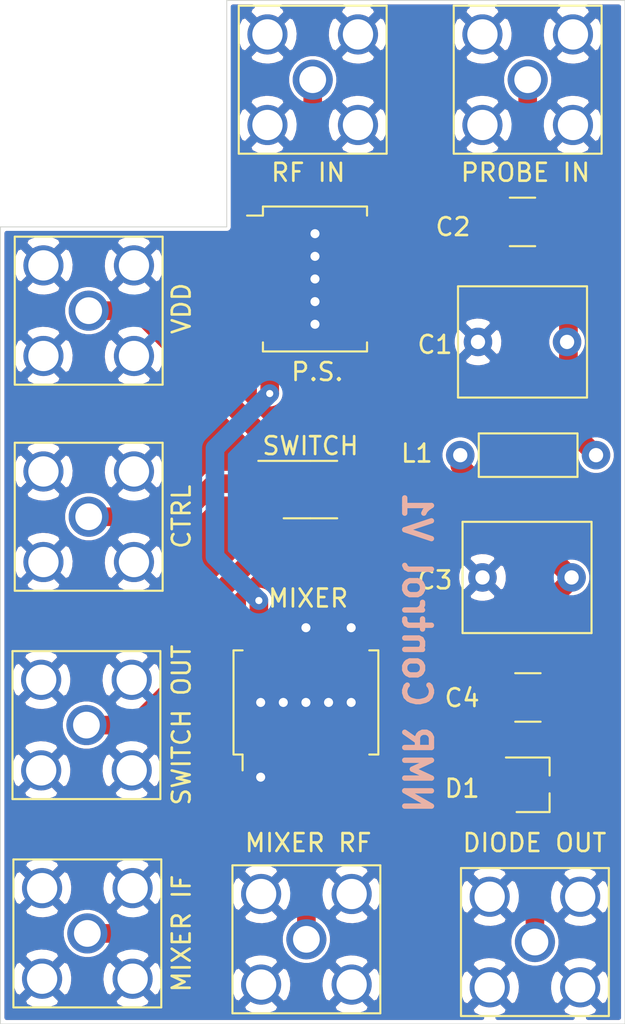
<source format=kicad_pcb>
(kicad_pcb (version 20171130) (host pcbnew "(5.1.7)-1")
  (layers (0 F.Cu signal hide) (31 B.Cu signal hide) (34 B.Paste user) (35 F.Paste user) (36 B.SilkS user) (37 F.SilkS user) (38 B.Mask user) (39 F.Mask user) (44 Edge.Cuts user))
  (net 0 "")
  (net 1 "Net-(C1-Pad1)")
  (net 2 GND)
  (net 3 "Net-(C3-Pad1)")
  (net 4 "Net-(J1-Pad1)")
  (net 5 "Net-(J2-Pad1)")
  (net 6 "Net-(J3-Pad1)")
  (net 7 "Net-(J4-Pad1)")
  (net 8 "Net-(J5-Pad1)")
  (net 9 "Net-(J6-Pad1)")
  (net 10 "Net-(U1-Pad2)")
  (net 11 "Net-(U1-Pad3)")
  (net 12 "Net-(U1-Pad4)")
  (net 13 "Net-(U1-Pad5)")
  (module RF_Mini-Circuits:Mini-Circuits_CD542_LandPatternPL-052 (layer F.Cu) (at 100.965 102.87 90)
    (fp_text reference MIXER (at 5.842 0.127 180) (layer F.SilkS))
    (fp_text value ADE-6)
    (fp_line (start 2.921 4.064) (end 2.921 3.556) (layer F.SilkS) (width 0.12))
    (fp_line (start -2.921 4.064) (end 2.921 4.064) (layer F.SilkS) (width 0.12))
    (fp_line (start -2.921 3.556) (end -2.921 4.064) (layer F.SilkS) (width 0.12))
    (fp_line (start -2.921 -3.556) (end -3.81 -3.556) (layer F.SilkS) (width 0.12))
    (fp_line (start -2.921 -4.064) (end -2.921 -3.556) (layer F.SilkS) (width 0.12))
    (fp_line (start 2.921 -4.064) (end -2.921 -4.064) (layer F.SilkS) (width 0.12))
    (fp_line (start 2.921 -3.556) (end 2.921 -4.064) (layer F.SilkS) (width 0.12))
    (pad 1 smd rect (at 0 0 90) (size 1.27 6.731) (layers F.Cu) (net 2 GND))
    (pad 1 thru_hole circle (at 0 2.54 90) (size 1.016 1.016) (drill 0.508) (layers *.Cu) (net 2 GND))
    (pad 1 thru_hole circle (at 0 1.27 90) (size 1.016 1.016) (drill 0.508) (layers *.Cu) (net 2 GND))
    (pad 1 thru_hole circle (at 0 0 90) (size 1.016 1.016) (drill 0.508) (layers *.Cu) (net 2 GND))
    (pad 1 thru_hole circle (at 0 -1.27 90) (size 1.016 1.016) (drill 0.508) (layers *.Cu) (net 2 GND))
    (pad 1 thru_hole circle (at 0 -2.54 90) (size 1.016 1.016) (drill 0.508) (layers *.Cu) (net 2 GND))
    (pad 1 smd rect (at -2.032 -2.54 90) (size 5.334 1.651) (layers F.Cu) (net 2 GND))
    (pad 4 thru_hole circle (at 4.191 2.54 90) (size 1.016 1.016) (drill 0.508) (layers *.Cu) (net 2 GND))
    (pad 5 thru_hole circle (at 4.191 0 90) (size 1.016 1.016) (drill 0.508) (layers *.Cu) (net 2 GND))
    (pad 1 thru_hole circle (at -4.191 -2.54 90) (size 1.016 1.016) (drill 0.508) (layers *.Cu) (net 2 GND))
    (pad 4 smd rect (at 2.54 2.54 90) (size 2.54 1.651) (layers F.Cu F.Paste F.Mask) (net 2 GND))
    (pad 5 smd rect (at 2.54 0 90) (size 2.54 1.651) (layers F.Cu F.Paste F.Mask) (net 2 GND))
    (pad 6 smd rect (at 2.54 -2.54 90) (size 2.54 1.651) (layers F.Cu F.Paste F.Mask) (net 11 "Net-(U1-Pad3)") (clearance 0.635))
    (pad 3 smd rect (at -2.54 2.54 90) (size 2.54 1.651) (layers F.Cu F.Paste F.Mask) (net 6 "Net-(J3-Pad1)") (clearance 0.635))
    (pad 2 smd rect (at -2.54 0 90) (size 2.54 1.651) (layers F.Cu F.Paste F.Mask) (net 8 "Net-(J5-Pad1)") (clearance 0.635))
    (pad 1 smd rect (at -2.54 -2.54 90) (size 2.54 1.651) (layers F.Cu F.Paste F.Mask) (net 2 GND))
    (pad 4 smd rect (at 2.032 1.27 90) (size 5.334 4.191) (layers F.Cu) (net 2 GND))
  )
  (module Capacitor_THT:C_Rect_L7.0mm_W6.0mm_P5.00mm (layer F.Cu) (at 115.6208 82.6516 180)
    (fp_text reference C1 (at 7.4168 -0.1524) (layer F.SilkS))
    (fp_text value CTRIM)
    (fp_line (start 6.12 -3.12) (end 6.12 3.12) (layer F.SilkS) (width 0.12))
    (fp_line (start -1.12 -3.12) (end -1.12 3.12) (layer F.SilkS) (width 0.12))
    (fp_line (start -1.12 3.12) (end 6.12 3.12) (layer F.SilkS) (width 0.12))
    (fp_line (start -1.12 -3.12) (end 6.12 -3.12) (layer F.SilkS) (width 0.12))
    (pad 1 thru_hole circle (at 0 0 180) (size 1.6 1.6) (drill 0.8) (layers *.Cu *.Mask) (net 1 "Net-(C1-Pad1)"))
    (pad 2 thru_hole circle (at 5 0 180) (size 1.6 1.6) (drill 0.8) (layers *.Cu *.Mask) (net 2 GND))
  )
  (module Capacitor_SMD:C_1210_3225Metric_Pad1.33x2.70mm_HandSolder (layer F.Cu) (at 113.1193 75.9206 180)
    (fp_text reference C2 (at 3.8993 -0.2794) (layer F.SilkS))
    (fp_text value C)
    (fp_line (start -0.711252 -1.36) (end 0.711252 -1.36) (layer F.SilkS) (width 0.12))
    (fp_line (start -0.711252 1.36) (end 0.711252 1.36) (layer F.SilkS) (width 0.12))
    (pad 2 smd roundrect (at 1.5625 0 180) (size 1.325 2.7) (layers F.Cu F.Paste F.Mask) (roundrect_rratio 0.188679) (net 2 GND))
    (pad 1 smd roundrect (at -1.5625 0 180) (size 1.325 2.7) (layers F.Cu F.Paste F.Mask) (roundrect_rratio 0.188679) (net 1 "Net-(C1-Pad1)"))
  )
  (module Capacitor_THT:C_Rect_L7.0mm_W6.0mm_P5.00mm (layer F.Cu) (at 115.8748 95.8596 180)
    (fp_text reference C3 (at 7.6708 -0.1524) (layer F.SilkS))
    (fp_text value CTRIM)
    (fp_line (start -1.12 -3.12) (end 6.12 -3.12) (layer F.SilkS) (width 0.12))
    (fp_line (start -1.12 3.12) (end 6.12 3.12) (layer F.SilkS) (width 0.12))
    (fp_line (start -1.12 -3.12) (end -1.12 3.12) (layer F.SilkS) (width 0.12))
    (fp_line (start 6.12 -3.12) (end 6.12 3.12) (layer F.SilkS) (width 0.12))
    (pad 2 thru_hole circle (at 5 0 180) (size 1.6 1.6) (drill 0.8) (layers *.Cu *.Mask) (net 2 GND))
    (pad 1 thru_hole circle (at 0 0 180) (size 1.6 1.6) (drill 0.8) (layers *.Cu *.Mask) (net 3 "Net-(C3-Pad1)"))
  )
  (module Capacitor_SMD:C_1210_3225Metric_Pad1.33x2.70mm_HandSolder (layer F.Cu) (at 113.4233 102.5906 180)
    (fp_text reference C4 (at 3.6953 -0.0254) (layer F.SilkS))
    (fp_text value C)
    (fp_line (start -0.711252 1.36) (end 0.711252 1.36) (layer F.SilkS) (width 0.12))
    (fp_line (start -0.711252 -1.36) (end 0.711252 -1.36) (layer F.SilkS) (width 0.12))
    (pad 1 smd roundrect (at -1.5625 0 180) (size 1.325 2.7) (layers F.Cu F.Paste F.Mask) (roundrect_rratio 0.188679) (net 3 "Net-(C3-Pad1)"))
    (pad 2 smd roundrect (at 1.5625 0 180) (size 1.325 2.7) (layers F.Cu F.Paste F.Mask) (roundrect_rratio 0.188679) (net 2 GND))
  )
  (module Package_TO_SOT_SMD:TSOT-23_HandSoldering (layer F.Cu) (at 113.6904 107.4674)
    (fp_text reference D1 (at -3.9624 0.2286) (layer F.SilkS))
    (fp_text value D_Schottky_x2_Serial_AKC)
    (fp_line (start 0.93 -1.51) (end -1.5 -1.51) (layer F.SilkS) (width 0.12))
    (fp_line (start 0.95 -1.5) (end 0.95 -0.5) (layer F.SilkS) (width 0.12))
    (fp_line (start 0.95 1.55) (end -0.9 1.55) (layer F.SilkS) (width 0.12))
    (fp_line (start 0.95 0.5) (end 0.95 1.55) (layer F.SilkS) (width 0.12))
    (pad 1 smd rect (at -1.71 -0.95) (size 2 0.65) (layers F.Cu F.Paste F.Mask) (net 2 GND))
    (pad 2 smd rect (at -1.71 0.95) (size 2 0.65) (layers F.Cu F.Paste F.Mask) (net 2 GND))
    (pad 3 smd rect (at 1.71 0) (size 2 0.65) (layers F.Cu F.Paste F.Mask) (net 3 "Net-(C3-Pad1)"))
  )
  (module Connector_Coaxial:SMA_Amphenol_132203-12_Horizontal (layer F.Cu) (at 101.346 67.945)
    (fp_text reference "RF IN" (at -0.254 5.207 180) (layer F.SilkS))
    (fp_text value Conn_Coaxial)
    (fp_line (start -4.15 -4.15) (end -4.15 4.15) (layer F.SilkS) (width 0.12))
    (fp_line (start 4.15 -4.15) (end 4.15 4.15) (layer F.SilkS) (width 0.12))
    (fp_line (start -4.15 4.15) (end 4.15 4.15) (layer F.SilkS) (width 0.12))
    (fp_line (start -4.15 -4.15) (end 4.15 -4.15) (layer F.SilkS) (width 0.12))
    (pad 2 thru_hole circle (at -2.54 2.54) (size 2.25 2.25) (drill 1.7) (layers *.Cu *.Mask) (net 2 GND))
    (pad 2 thru_hole circle (at -2.54 -2.54) (size 2.25 2.25) (drill 1.7) (layers *.Cu *.Mask) (net 2 GND))
    (pad 2 thru_hole circle (at 2.54 -2.54) (size 2.25 2.25) (drill 1.7) (layers *.Cu *.Mask) (net 2 GND))
    (pad 2 thru_hole circle (at 2.54 2.54 90) (size 2.25 2.25) (drill 1.7) (layers *.Cu *.Mask) (net 2 GND))
    (pad 1 thru_hole circle (at 0 0) (size 2.25 2.25) (drill 1.5) (layers *.Cu *.Mask) (net 4 "Net-(J1-Pad1)"))
  )
  (module Connector_Coaxial:SMA_Amphenol_132203-12_Horizontal (layer F.Cu) (at 88.773 92.456 90)
    (fp_text reference CTRL (at 0 5.207 -90) (layer F.SilkS))
    (fp_text value Conn_Coaxial)
    (fp_line (start -4.15 -4.15) (end -4.15 4.15) (layer F.SilkS) (width 0.12))
    (fp_line (start 4.15 -4.15) (end 4.15 4.15) (layer F.SilkS) (width 0.12))
    (fp_line (start -4.15 4.15) (end 4.15 4.15) (layer F.SilkS) (width 0.12))
    (fp_line (start -4.15 -4.15) (end 4.15 -4.15) (layer F.SilkS) (width 0.12))
    (pad 2 thru_hole circle (at -2.54 2.54 90) (size 2.25 2.25) (drill 1.7) (layers *.Cu *.Mask) (net 2 GND))
    (pad 2 thru_hole circle (at -2.54 -2.54 90) (size 2.25 2.25) (drill 1.7) (layers *.Cu *.Mask) (net 2 GND))
    (pad 2 thru_hole circle (at 2.54 -2.54 90) (size 2.25 2.25) (drill 1.7) (layers *.Cu *.Mask) (net 2 GND))
    (pad 2 thru_hole circle (at 2.54 2.54 180) (size 2.25 2.25) (drill 1.7) (layers *.Cu *.Mask) (net 2 GND))
    (pad 1 thru_hole circle (at 0 0 90) (size 2.25 2.25) (drill 1.5) (layers *.Cu *.Mask) (net 5 "Net-(J2-Pad1)"))
  )
  (module Connector_Coaxial:SMA_Amphenol_132203-12_Horizontal (layer F.Cu) (at 100.9904 116.1542 180)
    (fp_text reference "MIXER RF" (at -0.1016 5.4102 180) (layer F.SilkS))
    (fp_text value Conn_Coaxial)
    (fp_line (start -4.15 -4.15) (end 4.15 -4.15) (layer F.SilkS) (width 0.12))
    (fp_line (start -4.15 4.15) (end 4.15 4.15) (layer F.SilkS) (width 0.12))
    (fp_line (start 4.15 -4.15) (end 4.15 4.15) (layer F.SilkS) (width 0.12))
    (fp_line (start -4.15 -4.15) (end -4.15 4.15) (layer F.SilkS) (width 0.12))
    (pad 1 thru_hole circle (at 0 0 180) (size 2.25 2.25) (drill 1.5) (layers *.Cu *.Mask) (net 6 "Net-(J3-Pad1)"))
    (pad 2 thru_hole circle (at 2.54 2.54 270) (size 2.25 2.25) (drill 1.7) (layers *.Cu *.Mask) (net 2 GND))
    (pad 2 thru_hole circle (at 2.54 -2.54 180) (size 2.25 2.25) (drill 1.7) (layers *.Cu *.Mask) (net 2 GND))
    (pad 2 thru_hole circle (at -2.54 -2.54 180) (size 2.25 2.25) (drill 1.7) (layers *.Cu *.Mask) (net 2 GND))
    (pad 2 thru_hole circle (at -2.54 2.54 180) (size 2.25 2.25) (drill 1.7) (layers *.Cu *.Mask) (net 2 GND))
  )
  (module Connector_Coaxial:SMA_Amphenol_132203-12_Horizontal (layer F.Cu) (at 88.773 80.899 90)
    (fp_text reference VDD (at 0.127 5.207 -90) (layer F.SilkS))
    (fp_text value Conn_Coaxial)
    (fp_line (start -4.15 -4.15) (end 4.15 -4.15) (layer F.SilkS) (width 0.12))
    (fp_line (start -4.15 4.15) (end 4.15 4.15) (layer F.SilkS) (width 0.12))
    (fp_line (start 4.15 -4.15) (end 4.15 4.15) (layer F.SilkS) (width 0.12))
    (fp_line (start -4.15 -4.15) (end -4.15 4.15) (layer F.SilkS) (width 0.12))
    (pad 1 thru_hole circle (at 0 0 90) (size 2.25 2.25) (drill 1.5) (layers *.Cu *.Mask) (net 7 "Net-(J4-Pad1)"))
    (pad 2 thru_hole circle (at 2.54 2.54 180) (size 2.25 2.25) (drill 1.7) (layers *.Cu *.Mask) (net 2 GND))
    (pad 2 thru_hole circle (at 2.54 -2.54 90) (size 2.25 2.25) (drill 1.7) (layers *.Cu *.Mask) (net 2 GND))
    (pad 2 thru_hole circle (at -2.54 -2.54 90) (size 2.25 2.25) (drill 1.7) (layers *.Cu *.Mask) (net 2 GND))
    (pad 2 thru_hole circle (at -2.54 2.54 90) (size 2.25 2.25) (drill 1.7) (layers *.Cu *.Mask) (net 2 GND))
  )
  (module Connector_Coaxial:SMA_Amphenol_132203-12_Horizontal (layer F.Cu) (at 88.6968 115.824 90)
    (fp_text reference "MIXER IF" (at 0 5.2832 -90) (layer F.SilkS))
    (fp_text value Conn_Coaxial)
    (fp_line (start -4.15 -4.15) (end 4.15 -4.15) (layer F.SilkS) (width 0.12))
    (fp_line (start -4.15 4.15) (end 4.15 4.15) (layer F.SilkS) (width 0.12))
    (fp_line (start 4.15 -4.15) (end 4.15 4.15) (layer F.SilkS) (width 0.12))
    (fp_line (start -4.15 -4.15) (end -4.15 4.15) (layer F.SilkS) (width 0.12))
    (pad 1 thru_hole circle (at 0 0 90) (size 2.25 2.25) (drill 1.5) (layers *.Cu *.Mask) (net 8 "Net-(J5-Pad1)"))
    (pad 2 thru_hole circle (at 2.54 2.54 180) (size 2.25 2.25) (drill 1.7) (layers *.Cu *.Mask) (net 2 GND))
    (pad 2 thru_hole circle (at 2.54 -2.54 90) (size 2.25 2.25) (drill 1.7) (layers *.Cu *.Mask) (net 2 GND))
    (pad 2 thru_hole circle (at -2.54 -2.54 90) (size 2.25 2.25) (drill 1.7) (layers *.Cu *.Mask) (net 2 GND))
    (pad 2 thru_hole circle (at -2.54 2.54 90) (size 2.25 2.25) (drill 1.7) (layers *.Cu *.Mask) (net 2 GND))
  )
  (module Connector_Coaxial:SMA_Amphenol_132203-12_Horizontal (layer F.Cu) (at 88.646 104.14 90)
    (fp_text reference "SWITCH OUT" (at 0 5.334 -90) (layer F.SilkS))
    (fp_text value Conn_Coaxial)
    (fp_line (start -4.15 -4.15) (end -4.15 4.15) (layer F.SilkS) (width 0.12))
    (fp_line (start 4.15 -4.15) (end 4.15 4.15) (layer F.SilkS) (width 0.12))
    (fp_line (start -4.15 4.15) (end 4.15 4.15) (layer F.SilkS) (width 0.12))
    (fp_line (start -4.15 -4.15) (end 4.15 -4.15) (layer F.SilkS) (width 0.12))
    (pad 2 thru_hole circle (at -2.54 2.54 90) (size 2.25 2.25) (drill 1.7) (layers *.Cu *.Mask) (net 2 GND))
    (pad 2 thru_hole circle (at -2.54 -2.54 90) (size 2.25 2.25) (drill 1.7) (layers *.Cu *.Mask) (net 2 GND))
    (pad 2 thru_hole circle (at 2.54 -2.54 90) (size 2.25 2.25) (drill 1.7) (layers *.Cu *.Mask) (net 2 GND))
    (pad 2 thru_hole circle (at 2.54 2.54 180) (size 2.25 2.25) (drill 1.7) (layers *.Cu *.Mask) (net 2 GND))
    (pad 1 thru_hole circle (at 0 0 90) (size 2.25 2.25) (drill 1.5) (layers *.Cu *.Mask) (net 9 "Net-(J6-Pad1)"))
  )
  (module Connector_Coaxial:SMA_Amphenol_132203-12_Horizontal (layer F.Cu) (at 113.411 67.945)
    (fp_text reference "PROBE IN" (at -0.127 5.207 -180) (layer F.SilkS))
    (fp_text value Conn_Coaxial)
    (fp_line (start -4.15 -4.15) (end -4.15 4.15) (layer F.SilkS) (width 0.12))
    (fp_line (start 4.15 -4.15) (end 4.15 4.15) (layer F.SilkS) (width 0.12))
    (fp_line (start -4.15 4.15) (end 4.15 4.15) (layer F.SilkS) (width 0.12))
    (fp_line (start -4.15 -4.15) (end 4.15 -4.15) (layer F.SilkS) (width 0.12))
    (pad 2 thru_hole circle (at -2.54 2.54) (size 2.25 2.25) (drill 1.7) (layers *.Cu *.Mask) (net 2 GND))
    (pad 2 thru_hole circle (at -2.54 -2.54) (size 2.25 2.25) (drill 1.7) (layers *.Cu *.Mask) (net 2 GND))
    (pad 2 thru_hole circle (at 2.54 -2.54) (size 2.25 2.25) (drill 1.7) (layers *.Cu *.Mask) (net 2 GND))
    (pad 2 thru_hole circle (at 2.54 2.54 90) (size 2.25 2.25) (drill 1.7) (layers *.Cu *.Mask) (net 2 GND))
    (pad 1 thru_hole circle (at 0 0) (size 2.25 2.25) (drill 1.5) (layers *.Cu *.Mask) (net 1 "Net-(C1-Pad1)"))
  )
  (module Connector_Coaxial:SMA_Amphenol_132203-12_Horizontal (layer F.Cu) (at 113.8174 116.3066 180)
    (fp_text reference "DIODE OUT" (at 0.0254 5.5626 180) (layer F.SilkS))
    (fp_text value Conn_Coaxial)
    (fp_line (start -4.15 -4.15) (end 4.15 -4.15) (layer F.SilkS) (width 0.12))
    (fp_line (start -4.15 4.15) (end 4.15 4.15) (layer F.SilkS) (width 0.12))
    (fp_line (start 4.15 -4.15) (end 4.15 4.15) (layer F.SilkS) (width 0.12))
    (fp_line (start -4.15 -4.15) (end -4.15 4.15) (layer F.SilkS) (width 0.12))
    (pad 1 thru_hole circle (at 0 0 180) (size 2.25 2.25) (drill 1.5) (layers *.Cu *.Mask) (net 3 "Net-(C3-Pad1)"))
    (pad 2 thru_hole circle (at 2.54 2.54 270) (size 2.25 2.25) (drill 1.7) (layers *.Cu *.Mask) (net 2 GND))
    (pad 2 thru_hole circle (at 2.54 -2.54 180) (size 2.25 2.25) (drill 1.7) (layers *.Cu *.Mask) (net 2 GND))
    (pad 2 thru_hole circle (at -2.54 -2.54 180) (size 2.25 2.25) (drill 1.7) (layers *.Cu *.Mask) (net 2 GND))
    (pad 2 thru_hole circle (at -2.54 2.54 180) (size 2.25 2.25) (drill 1.7) (layers *.Cu *.Mask) (net 2 GND))
  )
  (module Inductor_THT:L_Axial_L5.3mm_D2.2mm_P7.62mm_Horizontal_Vishay_IM-1 (layer F.Cu) (at 117.2464 89.0016 180)
    (fp_text reference L1 (at 10.0584 0.1016) (layer F.SilkS))
    (fp_text value INDUCTOR)
    (fp_line (start 6.58 -1.22) (end 1.04 -1.22) (layer F.SilkS) (width 0.12))
    (fp_line (start 6.58 1.22) (end 6.58 -1.22) (layer F.SilkS) (width 0.12))
    (fp_line (start 1.04 1.22) (end 6.58 1.22) (layer F.SilkS) (width 0.12))
    (fp_line (start 1.04 -1.22) (end 1.04 1.22) (layer F.SilkS) (width 0.12))
    (pad 1 thru_hole circle (at 0 0 180) (size 1.6 1.6) (drill 0.8) (layers *.Cu *.Mask) (net 1 "Net-(C1-Pad1)"))
    (pad 2 thru_hole oval (at 7.62 0 180) (size 1.6 1.6) (drill 0.8) (layers *.Cu *.Mask) (net 3 "Net-(C3-Pad1)"))
  )
  (module RF_Mini-Circuits:Mini-Circuits_CD636_LandPatternPL-035 (layer F.Cu) (at 101.473 79.121)
    (fp_text reference P.S. (at 0.127 5.207) (layer F.SilkS))
    (fp_text value ADP-2-1W)
    (fp_line (start 2.921 4.064) (end 2.921 3.556) (layer F.SilkS) (width 0.12))
    (fp_line (start -2.921 4.064) (end 2.921 4.064) (layer F.SilkS) (width 0.12))
    (fp_line (start -2.921 3.556) (end -2.921 4.064) (layer F.SilkS) (width 0.12))
    (fp_line (start -2.921 -3.556) (end -3.81 -3.556) (layer F.SilkS) (width 0.12))
    (fp_line (start -2.921 -4.064) (end -2.921 -3.556) (layer F.SilkS) (width 0.12))
    (fp_line (start 2.921 -4.064) (end -2.921 -4.064) (layer F.SilkS) (width 0.12))
    (fp_line (start 2.921 -3.556) (end 2.921 -4.064) (layer F.SilkS) (width 0.12))
    (pad 1 smd rect (at -2.54 -2.54 270) (size 1.651 2.54) (layers F.Cu F.Paste F.Mask) (net 4 "Net-(J1-Pad1)") (clearance 0.635))
    (pad 2 smd rect (at -2.54 0 270) (size 1.651 2.54) (layers F.Cu F.Paste F.Mask) (net 10 "Net-(U1-Pad2)") (clearance 0.635))
    (pad 3 smd rect (at -2.54 2.54 270) (size 1.651 2.54) (layers F.Cu F.Paste F.Mask) (net 11 "Net-(U1-Pad3)") (clearance 0.635))
    (pad 4 smd rect (at 2.54 2.54 270) (size 1.651 2.54) (layers F.Cu F.Paste F.Mask) (net 12 "Net-(U1-Pad4)") (clearance 0.635))
    (pad 5 smd rect (at 2.54 0 270) (size 1.651 2.54) (layers F.Cu F.Paste F.Mask) (net 13 "Net-(U1-Pad5)") (clearance 0.635))
    (pad 6 smd rect (at 2.54 -2.54 270) (size 1.651 2.54) (layers F.Cu F.Paste F.Mask) (net 2 GND))
    (pad 6 thru_hole circle (at 0 -2.54 270) (size 1.016 1.016) (drill 0.508) (layers *.Cu) (net 2 GND))
    (pad 6 thru_hole circle (at 0 -1.27 270) (size 1.016 1.016) (drill 0.508) (layers *.Cu) (net 2 GND))
    (pad 6 thru_hole circle (at 0 0 270) (size 1.016 1.016) (drill 0.508) (layers *.Cu) (net 2 GND))
    (pad 6 thru_hole circle (at 0 1.27 270) (size 1.016 1.016) (drill 0.508) (layers *.Cu) (net 2 GND))
    (pad 6 thru_hole circle (at 0 2.54 270) (size 1.016 1.016) (drill 0.508) (layers *.Cu) (net 2 GND))
    (pad 6 smd rect (at 0 0 270) (size 6.731 1.27) (layers F.Cu) (net 2 GND))
    (pad 6 smd rect (at 0.9525 -2.54 270) (size 1.651 0.635) (layers F.Cu) (net 2 GND))
  )
  (module Package_SO:MSOP-8_3x3mm_P0.65mm (layer F.Cu) (at 101.219 90.932)
    (fp_text reference SWITCH (at 0 -2.45) (layer F.SilkS))
    (fp_text value ADG901BRMZ)
    (fp_line (start 0 -1.61) (end -2.925 -1.61) (layer F.SilkS) (width 0.12))
    (fp_line (start 0 -1.61) (end 1.5 -1.61) (layer F.SilkS) (width 0.12))
    (fp_line (start 0 1.61) (end -1.5 1.61) (layer F.SilkS) (width 0.12))
    (fp_line (start 0 1.61) (end 1.5 1.61) (layer F.SilkS) (width 0.12))
    (pad 1 smd roundrect (at -2.1125 -0.975) (size 1.625 0.4) (layers F.Cu F.Paste F.Mask) (net 7 "Net-(J4-Pad1)"))
    (pad 2 smd roundrect (at -2.1125 -0.325) (size 1.625 0.4) (layers F.Cu F.Paste F.Mask) (net 5 "Net-(J2-Pad1)"))
    (pad 3 smd roundrect (at -2.1125 0.325) (size 1.625 0.4) (layers F.Cu F.Paste F.Mask) (net 2 GND))
    (pad 4 smd roundrect (at -2.1125 0.975) (size 1.625 0.4) (layers F.Cu F.Paste F.Mask) (net 12 "Net-(U1-Pad4)"))
    (pad 5 smd roundrect (at 2.1125 0.975) (size 1.625 0.4) (layers F.Cu F.Paste F.Mask) (net 2 GND))
    (pad 6 smd roundrect (at 2.1125 0.325) (size 1.625 0.4) (layers F.Cu F.Paste F.Mask) (net 2 GND))
    (pad 7 smd roundrect (at 2.1125 -0.325) (size 1.625 0.4) (layers F.Cu F.Paste F.Mask) (net 2 GND))
    (pad 8 smd roundrect (at 2.1125 -0.975) (size 1.625 0.4) (layers F.Cu F.Paste F.Mask) (net 9 "Net-(J6-Pad1)"))
  )
  (gr_text "NMR Control V1" (at 107.188 100.076 270) (layer B.SilkS) (effects (font (size 1.5 1.5) (thickness 0.3)) (justify mirror)))
  (gr_line (start 83.82 120.904) (end 83.82 76.2) (layer Edge.Cuts) (width 0.05))
  (gr_line (start 118.872 120.904) (end 83.82 120.904) (layer Edge.Cuts) (width 0.05))
  (gr_line (start 118.872 63.5) (end 118.872 120.904) (layer Edge.Cuts) (width 0.05))
  (gr_line (start 118.364 63.5) (end 118.872 63.5) (layer Edge.Cuts) (width 0.05))
  (gr_line (start 96.52 63.5) (end 118.364 63.5) (layer Edge.Cuts) (width 0.05))
  (gr_line (start 96.52 76.2) (end 96.52 63.5) (layer Edge.Cuts) (width 0.05))
  (gr_line (start 83.82 76.2) (end 96.52 76.2) (layer Edge.Cuts) (width 0.05))
  (segment (start 117.2464 89.0016) (end 115.697 87.4522) (width 1.044) (layer F.Cu) (net 1))
  (segment (start 115.697 87.4522) (end 115.697 82.804) (width 1.044) (layer F.Cu) (net 1))
  (segment (start 115.697 82.804) (end 115.697 76.962) (width 1.044) (layer F.Cu) (net 1))
  (segment (start 115.697 76.962) (end 114.808 76.073) (width 1.044) (layer F.Cu) (net 1))
  (segment (start 114.6818 75.9206) (end 114.6818 73.0258) (width 1.044) (layer F.Cu) (net 1))
  (segment (start 114.6818 73.0258) (end 113.411 71.755) (width 1.044) (layer F.Cu) (net 1))
  (segment (start 113.411 71.755) (end 113.411 68.199) (width 1.044) (layer F.Cu) (net 1))
  (segment (start 103.3315 90.607) (end 103.3315 91.2325) (width 0.25) (layer F.Cu) (net 2))
  (segment (start 98.027853 91.257) (end 97.7392 91.545653) (width 0.25) (layer F.Cu) (net 2))
  (segment (start 99.1065 91.257) (end 98.027853 91.257) (width 0.25) (layer F.Cu) (net 2))
  (segment (start 97.7392 91.545653) (end 97.7392 92.2528) (width 0.25) (layer F.Cu) (net 2))
  (segment (start 98.205209 92.718809) (end 102.530991 92.718809) (width 0.25) (layer F.Cu) (net 2))
  (segment (start 97.7392 92.2528) (end 98.205209 92.718809) (width 0.25) (layer F.Cu) (net 2))
  (segment (start 102.530991 92.718809) (end 103.3272 91.9226) (width 0.25) (layer F.Cu) (net 2))
  (segment (start 103.3272 91.9226) (end 103.3272 91.2876) (width 0.25) (layer F.Cu) (net 2))
  (segment (start 113.8174 116.3066) (end 113.8174 111.6076) (width 1.044) (layer F.Cu) (net 3))
  (segment (start 113.8174 111.6076) (end 115.443 109.982) (width 1.044) (layer F.Cu) (net 3))
  (segment (start 115.443 109.982) (end 115.443 107.823) (width 1.044) (layer F.Cu) (net 3))
  (segment (start 115.4004 107.4674) (end 115.4004 105.7484) (width 1.044) (layer F.Cu) (net 3))
  (segment (start 115.4004 105.7484) (end 115.062 105.41) (width 1.044) (layer F.Cu) (net 3))
  (segment (start 115.062 105.41) (end 115.062 103.378) (width 1.044) (layer F.Cu) (net 3))
  (segment (start 114.9858 102.5906) (end 114.9858 96.8502) (width 1.044) (layer F.Cu) (net 3))
  (segment (start 114.9858 96.8502) (end 115.951 95.885) (width 1.044) (layer F.Cu) (net 3))
  (segment (start 115.8748 95.8596) (end 109.601 89.5858) (width 1.044) (layer F.Cu) (net 3))
  (segment (start 109.601 89.5858) (end 109.601 89.281) (width 1.044) (layer F.Cu) (net 3))
  (segment (start 101.346 67.945) (end 101.346 73.914) (width 1.044) (layer F.Cu) (net 4))
  (segment (start 101.346 73.914) (end 99.06 76.2) (width 1.044) (layer F.Cu) (net 4))
  (segment (start 88.773 92.456) (end 93.98 92.456) (width 1.044) (layer F.Cu) (net 5))
  (segment (start 93.98 92.456) (end 93.98 92.4052) (width 1.044) (layer F.Cu) (net 5))
  (segment (start 93.98 92.4052) (end 95.7834 90.6018) (width 1.044) (layer F.Cu) (net 5))
  (segment (start 95.7834 90.6018) (end 97.4852 90.6018) (width 1.044) (layer F.Cu) (net 5))
  (segment (start 97.4852 90.6018) (end 98.5012 90.6018) (width 0.25) (layer F.Cu) (net 5))
  (segment (start 100.9904 116.1542) (end 100.9904 111.1504) (width 1.044) (layer F.Cu) (net 6))
  (segment (start 100.9904 111.1504) (end 103.505 108.6358) (width 1.044) (layer F.Cu) (net 6))
  (segment (start 103.505 108.6358) (end 103.505 105.918) (width 1.044) (layer F.Cu) (net 6))
  (segment (start 91.506562 80.899) (end 99.06 88.452438) (width 1.044) (layer F.Cu) (net 7))
  (segment (start 88.773 80.899) (end 91.506562 80.899) (width 1.044) (layer F.Cu) (net 7))
  (segment (start 99.06 88.452438) (end 99.06 89.535) (width 1.044) (layer F.Cu) (net 7))
  (segment (start 92.295102 115.824) (end 100.965 107.154102) (width 1.044) (layer F.Cu) (net 8))
  (segment (start 88.6968 115.824) (end 92.295102 115.824) (width 1.044) (layer F.Cu) (net 8))
  (segment (start 100.965 107.154102) (end 100.965 105.537) (width 1.044) (layer F.Cu) (net 8))
  (segment (start 91.379562 104.14) (end 95.1738 100.345762) (width 1.044) (layer F.Cu) (net 9))
  (segment (start 88.646 104.14) (end 91.379562 104.14) (width 1.044) (layer F.Cu) (net 9))
  (segment (start 95.1738 100.345762) (end 95.1738 97.6122) (width 1.044) (layer F.Cu) (net 9))
  (segment (start 95.1738 97.6122) (end 97.9678 94.8182) (width 1.044) (layer F.Cu) (net 9))
  (segment (start 97.9678 94.8182) (end 103.8606 94.8182) (width 1.044) (layer F.Cu) (net 9))
  (segment (start 103.8606 94.8182) (end 105.5624 93.1164) (width 1.044) (layer F.Cu) (net 9))
  (segment (start 105.5624 93.1164) (end 105.5624 90.8629) (width 1.044) (layer F.Cu) (net 9))
  (segment (start 105.5624 90.8629) (end 105.5624 90.7034) (width 1.044) (layer F.Cu) (net 9))
  (segment (start 105.5624 90.8629) (end 105.5624 90.5002) (width 1.044) (layer F.Cu) (net 9))
  (segment (start 105.5624 90.5002) (end 105.029 89.9668) (width 1.044) (layer F.Cu) (net 9))
  (segment (start 105.0192 89.957) (end 105.029 89.9668) (width 0.25) (layer F.Cu) (net 9))
  (segment (start 103.3315 89.957) (end 105.0192 89.957) (width 0.25) (layer F.Cu) (net 9))
  (segment (start 98.933 81.661) (end 98.933 85.5472) (width 1.044) (layer F.Cu) (net 11))
  (segment (start 98.933 85.5472) (end 98.933 85.5472) (width 1.044) (layer F.Cu) (net 11))
  (via (at 98.933 85.5472) (size 0.8) (drill 0.4) (layers F.Cu B.Cu) (net 11))
  (segment (start 98.933 85.5472) (end 95.8596 88.6206) (width 1.044) (layer B.Cu) (net 11))
  (segment (start 95.8596 88.6206) (end 95.8596 94.6912) (width 1.044) (layer B.Cu) (net 11))
  (segment (start 95.8596 94.6912) (end 98.3234 97.155) (width 1.044) (layer B.Cu) (net 11))
  (segment (start 98.3234 97.155) (end 98.3234 97.155) (width 1.044) (layer B.Cu) (net 11))
  (via (at 98.3234 97.155) (size 0.8) (drill 0.4) (layers F.Cu B.Cu) (net 11))
  (segment (start 98.3234 97.155) (end 98.3234 100.33) (width 1.044) (layer F.Cu) (net 11))
  (segment (start 98.3234 100.33) (end 98.3742 100.3808) (width 1.044) (layer F.Cu) (net 11))
  (segment (start 104.013 81.661) (end 104.013 86.0806) (width 1.044) (layer F.Cu) (net 12))
  (segment (start 104.013 86.0806) (end 101.1682 88.9254) (width 1.044) (layer F.Cu) (net 12))
  (segment (start 101.1682 88.9254) (end 101.1682 91.3892) (width 1.044) (layer F.Cu) (net 12))
  (segment (start 101.1682 91.3892) (end 100.6856 91.8718) (width 1.044) (layer F.Cu) (net 12))
  (segment (start 100.6856 91.8718) (end 99.6696 91.8718) (width 0.25) (layer F.Cu) (net 12))
  (zone (net 2) (net_name GND) (layer F.Cu) (connect_pads (clearance 0.2)) (min_thickness 0.254) (fill yes (arc_segments 32) (thermal_gap 0.508) (thermal_bridge_width 0.508))
    (polygon (pts (xy 118.872 120.904) (xy 83.82 120.904) (xy 83.82 76.2) (xy 96.52 76.2) (xy 96.52 63.5) (xy 118.872 63.5)))
  )
  (zone (net 2) (net_name GND) (layer B.Cu) (connect_pads (clearance 0.2)) (min_thickness 0.254) (fill yes (arc_segments 32) (thermal_gap 0.508) (thermal_bridge_width 0.508))
    (polygon (pts (xy 118.872 120.904) (xy 83.82 120.904) (xy 83.82 76.2) (xy 96.52 76.2) (xy 96.52 63.5) (xy 118.872 63.5)))
  )
)
</source>
